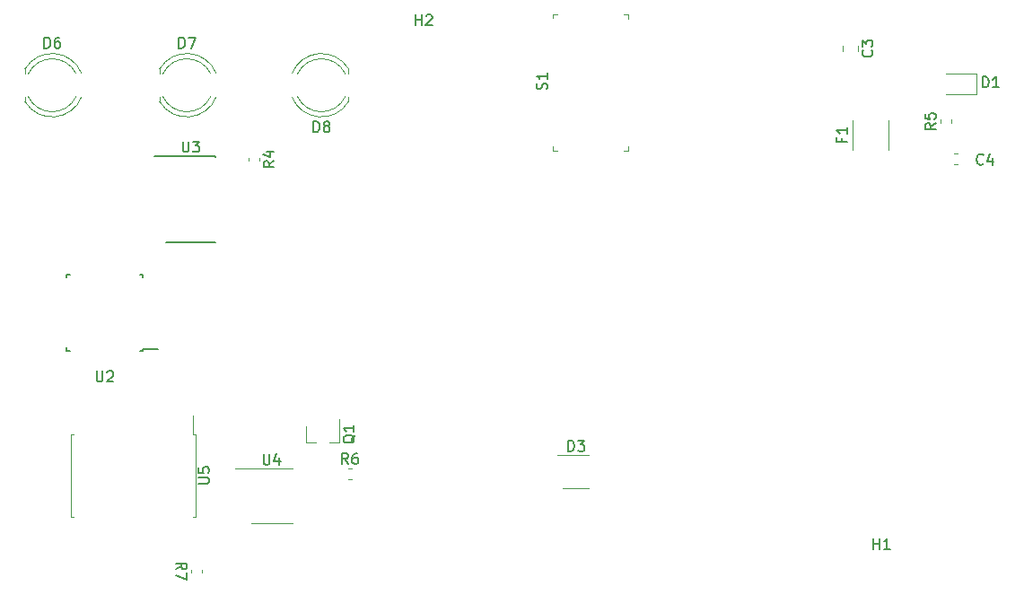
<source format=gbr>
G04 #@! TF.GenerationSoftware,KiCad,Pcbnew,5.1.5-52549c5~84~ubuntu18.04.1*
G04 #@! TF.CreationDate,2020-03-03T21:41:30-05:00*
G04 #@! TF.ProjectId,right,72696768-742e-46b6-9963-61645f706362,rev?*
G04 #@! TF.SameCoordinates,Original*
G04 #@! TF.FileFunction,Legend,Top*
G04 #@! TF.FilePolarity,Positive*
%FSLAX46Y46*%
G04 Gerber Fmt 4.6, Leading zero omitted, Abs format (unit mm)*
G04 Created by KiCad (PCBNEW 5.1.5-52549c5~84~ubuntu18.04.1) date 2020-03-03 21:41:30*
%MOMM*%
%LPD*%
G04 APERTURE LIST*
%ADD10C,0.150000*%
%ADD11C,0.120000*%
%ADD12C,0.100000*%
G04 APERTURE END LIST*
D10*
X151453000Y-87728000D02*
X152878000Y-87728000D01*
X144203000Y-87953000D02*
X144528000Y-87953000D01*
X144203000Y-80703000D02*
X144528000Y-80703000D01*
X151453000Y-80703000D02*
X151128000Y-80703000D01*
X151453000Y-87953000D02*
X151128000Y-87953000D01*
X151453000Y-80703000D02*
X151453000Y-81028000D01*
X144203000Y-80703000D02*
X144203000Y-81028000D01*
X144203000Y-87953000D02*
X144203000Y-87628000D01*
X151453000Y-87953000D02*
X151453000Y-87728000D01*
D11*
X227713000Y-66465267D02*
X227713000Y-66122733D01*
X226693000Y-66465267D02*
X226693000Y-66122733D01*
X221801000Y-68950252D02*
X221801000Y-66177748D01*
X218381000Y-68950252D02*
X218381000Y-66177748D01*
X230079000Y-61778000D02*
X227219000Y-61778000D01*
X230079000Y-63698000D02*
X230079000Y-61778000D01*
X227219000Y-63698000D02*
X230079000Y-63698000D01*
X156135000Y-95835000D02*
X156135000Y-94020000D01*
X156380000Y-95835000D02*
X156135000Y-95835000D01*
X156380000Y-99695000D02*
X156380000Y-95835000D01*
X156380000Y-103555000D02*
X156135000Y-103555000D01*
X156380000Y-99695000D02*
X156380000Y-103555000D01*
X144610000Y-95835000D02*
X144855000Y-95835000D01*
X144610000Y-99695000D02*
X144610000Y-95835000D01*
X144610000Y-103555000D02*
X144855000Y-103555000D01*
X144610000Y-99695000D02*
X144610000Y-103555000D01*
X163576000Y-99040000D02*
X160126000Y-99040000D01*
X163576000Y-99040000D02*
X165526000Y-99040000D01*
X163576000Y-104160000D02*
X161626000Y-104160000D01*
X163576000Y-104160000D02*
X165526000Y-104160000D01*
D10*
X153631000Y-77685000D02*
X158281000Y-77685000D01*
X152556000Y-69585000D02*
X158281000Y-69585000D01*
X153631000Y-77685000D02*
X153631000Y-77660000D01*
X158281000Y-77685000D02*
X158281000Y-77660000D01*
X158281000Y-69635000D02*
X158281000Y-69660000D01*
D12*
X190150000Y-56160000D02*
X190500000Y-56160000D01*
X190150000Y-56535000D02*
X190150000Y-56160000D01*
X190150000Y-69060000D02*
X190150000Y-68660000D01*
X190150000Y-69060000D02*
X190525000Y-69060000D01*
X197200000Y-69060000D02*
X196775000Y-69060000D01*
X197200000Y-69060000D02*
X197200000Y-68610000D01*
X197200000Y-56185000D02*
X197200000Y-56635000D01*
X197200000Y-56160000D02*
X196775000Y-56160000D01*
D11*
X156974000Y-108874779D02*
X156974000Y-108549221D01*
X155954000Y-108874779D02*
X155954000Y-108549221D01*
X170804721Y-100078000D02*
X171130279Y-100078000D01*
X170804721Y-99058000D02*
X171130279Y-99058000D01*
X161415000Y-69687221D02*
X161415000Y-70012779D01*
X162435000Y-69687221D02*
X162435000Y-70012779D01*
X166822000Y-96534000D02*
X166822000Y-95074000D01*
X169982000Y-96534000D02*
X169982000Y-94374000D01*
X169982000Y-96534000D02*
X169052000Y-96534000D01*
X166822000Y-96534000D02*
X167752000Y-96534000D01*
X170835000Y-61785000D02*
X170835000Y-61320000D01*
X170835000Y-64410000D02*
X170835000Y-63945000D01*
X166020521Y-61784571D02*
G75*
G02X170529684Y-61785000I2254479J-1080429D01*
G01*
X166020521Y-63945429D02*
G75*
G03X170529684Y-63945000I2254479J1080429D01*
G01*
X165487185Y-61784173D02*
G75*
G02X170835000Y-61320170I2787815J-1080827D01*
G01*
X165487185Y-63945827D02*
G75*
G03X170835000Y-64409830I2787815J1080827D01*
G01*
X153015000Y-63945000D02*
X153015000Y-64410000D01*
X153015000Y-61320000D02*
X153015000Y-61785000D01*
X157829479Y-63945429D02*
G75*
G02X153320316Y-63945000I-2254479J1080429D01*
G01*
X157829479Y-61784571D02*
G75*
G03X153320316Y-61785000I-2254479J-1080429D01*
G01*
X158362815Y-63945827D02*
G75*
G02X153015000Y-64409830I-2787815J1080827D01*
G01*
X158362815Y-61784173D02*
G75*
G03X153015000Y-61320170I-2787815J-1080827D01*
G01*
X140315000Y-63945000D02*
X140315000Y-64410000D01*
X140315000Y-61320000D02*
X140315000Y-61785000D01*
X145129479Y-63945429D02*
G75*
G02X140620316Y-63945000I-2254479J1080429D01*
G01*
X145129479Y-61784571D02*
G75*
G03X140620316Y-61785000I-2254479J-1080429D01*
G01*
X145662815Y-63945827D02*
G75*
G02X140315000Y-64409830I-2787815J1080827D01*
G01*
X145662815Y-61784173D02*
G75*
G03X140315000Y-61320170I-2787815J-1080827D01*
G01*
X193478000Y-97764000D02*
X190528000Y-97764000D01*
X191078000Y-100864000D02*
X193478000Y-100864000D01*
X227929221Y-70360000D02*
X228254779Y-70360000D01*
X227929221Y-69340000D02*
X228254779Y-69340000D01*
X217476000Y-59128922D02*
X217476000Y-59646078D01*
X218896000Y-59128922D02*
X218896000Y-59646078D01*
D10*
X147066095Y-89830380D02*
X147066095Y-90639904D01*
X147113714Y-90735142D01*
X147161333Y-90782761D01*
X147256571Y-90830380D01*
X147447047Y-90830380D01*
X147542285Y-90782761D01*
X147589904Y-90735142D01*
X147637523Y-90639904D01*
X147637523Y-89830380D01*
X148066095Y-89925619D02*
X148113714Y-89878000D01*
X148208952Y-89830380D01*
X148447047Y-89830380D01*
X148542285Y-89878000D01*
X148589904Y-89925619D01*
X148637523Y-90020857D01*
X148637523Y-90116095D01*
X148589904Y-90258952D01*
X148018476Y-90830380D01*
X148637523Y-90830380D01*
X226225380Y-66460666D02*
X225749190Y-66794000D01*
X226225380Y-67032095D02*
X225225380Y-67032095D01*
X225225380Y-66651142D01*
X225273000Y-66555904D01*
X225320619Y-66508285D01*
X225415857Y-66460666D01*
X225558714Y-66460666D01*
X225653952Y-66508285D01*
X225701571Y-66555904D01*
X225749190Y-66651142D01*
X225749190Y-67032095D01*
X225225380Y-65555904D02*
X225225380Y-66032095D01*
X225701571Y-66079714D01*
X225653952Y-66032095D01*
X225606333Y-65936857D01*
X225606333Y-65698761D01*
X225653952Y-65603523D01*
X225701571Y-65555904D01*
X225796809Y-65508285D01*
X226034904Y-65508285D01*
X226130142Y-65555904D01*
X226177761Y-65603523D01*
X226225380Y-65698761D01*
X226225380Y-65936857D01*
X226177761Y-66032095D01*
X226130142Y-66079714D01*
X217369571Y-67897333D02*
X217369571Y-68230666D01*
X217893380Y-68230666D02*
X216893380Y-68230666D01*
X216893380Y-67754476D01*
X217893380Y-66849714D02*
X217893380Y-67421142D01*
X217893380Y-67135428D02*
X216893380Y-67135428D01*
X217036238Y-67230666D01*
X217131476Y-67325904D01*
X217179095Y-67421142D01*
X230655904Y-63063380D02*
X230655904Y-62063380D01*
X230894000Y-62063380D01*
X231036857Y-62111000D01*
X231132095Y-62206238D01*
X231179714Y-62301476D01*
X231227333Y-62491952D01*
X231227333Y-62634809D01*
X231179714Y-62825285D01*
X231132095Y-62920523D01*
X231036857Y-63015761D01*
X230894000Y-63063380D01*
X230655904Y-63063380D01*
X232179714Y-63063380D02*
X231608285Y-63063380D01*
X231894000Y-63063380D02*
X231894000Y-62063380D01*
X231798761Y-62206238D01*
X231703523Y-62301476D01*
X231608285Y-62349095D01*
X156667380Y-100456904D02*
X157476904Y-100456904D01*
X157572142Y-100409285D01*
X157619761Y-100361666D01*
X157667380Y-100266428D01*
X157667380Y-100075952D01*
X157619761Y-99980714D01*
X157572142Y-99933095D01*
X157476904Y-99885476D01*
X156667380Y-99885476D01*
X156667380Y-98933095D02*
X156667380Y-99409285D01*
X157143571Y-99456904D01*
X157095952Y-99409285D01*
X157048333Y-99314047D01*
X157048333Y-99075952D01*
X157095952Y-98980714D01*
X157143571Y-98933095D01*
X157238809Y-98885476D01*
X157476904Y-98885476D01*
X157572142Y-98933095D01*
X157619761Y-98980714D01*
X157667380Y-99075952D01*
X157667380Y-99314047D01*
X157619761Y-99409285D01*
X157572142Y-99456904D01*
X162814095Y-97652380D02*
X162814095Y-98461904D01*
X162861714Y-98557142D01*
X162909333Y-98604761D01*
X163004571Y-98652380D01*
X163195047Y-98652380D01*
X163290285Y-98604761D01*
X163337904Y-98557142D01*
X163385523Y-98461904D01*
X163385523Y-97652380D01*
X164290285Y-97985714D02*
X164290285Y-98652380D01*
X164052190Y-97604761D02*
X163814095Y-98319047D01*
X164433142Y-98319047D01*
X155194095Y-68162380D02*
X155194095Y-68971904D01*
X155241714Y-69067142D01*
X155289333Y-69114761D01*
X155384571Y-69162380D01*
X155575047Y-69162380D01*
X155670285Y-69114761D01*
X155717904Y-69067142D01*
X155765523Y-68971904D01*
X155765523Y-68162380D01*
X156146476Y-68162380D02*
X156765523Y-68162380D01*
X156432190Y-68543333D01*
X156575047Y-68543333D01*
X156670285Y-68590952D01*
X156717904Y-68638571D01*
X156765523Y-68733809D01*
X156765523Y-68971904D01*
X156717904Y-69067142D01*
X156670285Y-69114761D01*
X156575047Y-69162380D01*
X156289333Y-69162380D01*
X156194095Y-69114761D01*
X156146476Y-69067142D01*
X189529761Y-63231904D02*
X189577380Y-63089047D01*
X189577380Y-62850952D01*
X189529761Y-62755714D01*
X189482142Y-62708095D01*
X189386904Y-62660476D01*
X189291666Y-62660476D01*
X189196428Y-62708095D01*
X189148809Y-62755714D01*
X189101190Y-62850952D01*
X189053571Y-63041428D01*
X189005952Y-63136666D01*
X188958333Y-63184285D01*
X188863095Y-63231904D01*
X188767857Y-63231904D01*
X188672619Y-63184285D01*
X188625000Y-63136666D01*
X188577380Y-63041428D01*
X188577380Y-62803333D01*
X188625000Y-62660476D01*
X189577380Y-61708095D02*
X189577380Y-62279523D01*
X189577380Y-61993809D02*
X188577380Y-61993809D01*
X188720238Y-62089047D01*
X188815476Y-62184285D01*
X188863095Y-62279523D01*
X154581619Y-108545333D02*
X155057809Y-108212000D01*
X154581619Y-107973904D02*
X155581619Y-107973904D01*
X155581619Y-108354857D01*
X155534000Y-108450095D01*
X155486380Y-108497714D01*
X155391142Y-108545333D01*
X155248285Y-108545333D01*
X155153047Y-108497714D01*
X155105428Y-108450095D01*
X155057809Y-108354857D01*
X155057809Y-107973904D01*
X155581619Y-108878666D02*
X155581619Y-109545333D01*
X154581619Y-109116761D01*
X170800833Y-98590380D02*
X170467500Y-98114190D01*
X170229404Y-98590380D02*
X170229404Y-97590380D01*
X170610357Y-97590380D01*
X170705595Y-97638000D01*
X170753214Y-97685619D01*
X170800833Y-97780857D01*
X170800833Y-97923714D01*
X170753214Y-98018952D01*
X170705595Y-98066571D01*
X170610357Y-98114190D01*
X170229404Y-98114190D01*
X171657976Y-97590380D02*
X171467500Y-97590380D01*
X171372261Y-97638000D01*
X171324642Y-97685619D01*
X171229404Y-97828476D01*
X171181785Y-98018952D01*
X171181785Y-98399904D01*
X171229404Y-98495142D01*
X171277023Y-98542761D01*
X171372261Y-98590380D01*
X171562738Y-98590380D01*
X171657976Y-98542761D01*
X171705595Y-98495142D01*
X171753214Y-98399904D01*
X171753214Y-98161809D01*
X171705595Y-98066571D01*
X171657976Y-98018952D01*
X171562738Y-97971333D01*
X171372261Y-97971333D01*
X171277023Y-98018952D01*
X171229404Y-98066571D01*
X171181785Y-98161809D01*
X163807380Y-70016666D02*
X163331190Y-70350000D01*
X163807380Y-70588095D02*
X162807380Y-70588095D01*
X162807380Y-70207142D01*
X162855000Y-70111904D01*
X162902619Y-70064285D01*
X162997857Y-70016666D01*
X163140714Y-70016666D01*
X163235952Y-70064285D01*
X163283571Y-70111904D01*
X163331190Y-70207142D01*
X163331190Y-70588095D01*
X163140714Y-69159523D02*
X163807380Y-69159523D01*
X162759761Y-69397619D02*
X163474047Y-69635714D01*
X163474047Y-69016666D01*
X171449619Y-95869238D02*
X171402000Y-95964476D01*
X171306761Y-96059714D01*
X171163904Y-96202571D01*
X171116285Y-96297809D01*
X171116285Y-96393047D01*
X171354380Y-96345428D02*
X171306761Y-96440666D01*
X171211523Y-96535904D01*
X171021047Y-96583523D01*
X170687714Y-96583523D01*
X170497238Y-96535904D01*
X170402000Y-96440666D01*
X170354380Y-96345428D01*
X170354380Y-96154952D01*
X170402000Y-96059714D01*
X170497238Y-95964476D01*
X170687714Y-95916857D01*
X171021047Y-95916857D01*
X171211523Y-95964476D01*
X171306761Y-96059714D01*
X171354380Y-96154952D01*
X171354380Y-96345428D01*
X171354380Y-94964476D02*
X171354380Y-95535904D01*
X171354380Y-95250190D02*
X170354380Y-95250190D01*
X170497238Y-95345428D01*
X170592476Y-95440666D01*
X170640095Y-95535904D01*
X177165095Y-57212380D02*
X177165095Y-56212380D01*
X177165095Y-56688571D02*
X177736523Y-56688571D01*
X177736523Y-57212380D02*
X177736523Y-56212380D01*
X178165095Y-56307619D02*
X178212714Y-56260000D01*
X178307952Y-56212380D01*
X178546047Y-56212380D01*
X178641285Y-56260000D01*
X178688904Y-56307619D01*
X178736523Y-56402857D01*
X178736523Y-56498095D01*
X178688904Y-56640952D01*
X178117476Y-57212380D01*
X178736523Y-57212380D01*
X220345095Y-106615380D02*
X220345095Y-105615380D01*
X220345095Y-106091571D02*
X220916523Y-106091571D01*
X220916523Y-106615380D02*
X220916523Y-105615380D01*
X221916523Y-106615380D02*
X221345095Y-106615380D01*
X221630809Y-106615380D02*
X221630809Y-105615380D01*
X221535571Y-105758238D01*
X221440333Y-105853476D01*
X221345095Y-105901095D01*
X167536904Y-67277380D02*
X167536904Y-66277380D01*
X167775000Y-66277380D01*
X167917857Y-66325000D01*
X168013095Y-66420238D01*
X168060714Y-66515476D01*
X168108333Y-66705952D01*
X168108333Y-66848809D01*
X168060714Y-67039285D01*
X168013095Y-67134523D01*
X167917857Y-67229761D01*
X167775000Y-67277380D01*
X167536904Y-67277380D01*
X168679761Y-66705952D02*
X168584523Y-66658333D01*
X168536904Y-66610714D01*
X168489285Y-66515476D01*
X168489285Y-66467857D01*
X168536904Y-66372619D01*
X168584523Y-66325000D01*
X168679761Y-66277380D01*
X168870238Y-66277380D01*
X168965476Y-66325000D01*
X169013095Y-66372619D01*
X169060714Y-66467857D01*
X169060714Y-66515476D01*
X169013095Y-66610714D01*
X168965476Y-66658333D01*
X168870238Y-66705952D01*
X168679761Y-66705952D01*
X168584523Y-66753571D01*
X168536904Y-66801190D01*
X168489285Y-66896428D01*
X168489285Y-67086904D01*
X168536904Y-67182142D01*
X168584523Y-67229761D01*
X168679761Y-67277380D01*
X168870238Y-67277380D01*
X168965476Y-67229761D01*
X169013095Y-67182142D01*
X169060714Y-67086904D01*
X169060714Y-66896428D01*
X169013095Y-66801190D01*
X168965476Y-66753571D01*
X168870238Y-66705952D01*
X154836904Y-59357380D02*
X154836904Y-58357380D01*
X155075000Y-58357380D01*
X155217857Y-58405000D01*
X155313095Y-58500238D01*
X155360714Y-58595476D01*
X155408333Y-58785952D01*
X155408333Y-58928809D01*
X155360714Y-59119285D01*
X155313095Y-59214523D01*
X155217857Y-59309761D01*
X155075000Y-59357380D01*
X154836904Y-59357380D01*
X155741666Y-58357380D02*
X156408333Y-58357380D01*
X155979761Y-59357380D01*
X142136904Y-59357380D02*
X142136904Y-58357380D01*
X142375000Y-58357380D01*
X142517857Y-58405000D01*
X142613095Y-58500238D01*
X142660714Y-58595476D01*
X142708333Y-58785952D01*
X142708333Y-58928809D01*
X142660714Y-59119285D01*
X142613095Y-59214523D01*
X142517857Y-59309761D01*
X142375000Y-59357380D01*
X142136904Y-59357380D01*
X143565476Y-58357380D02*
X143375000Y-58357380D01*
X143279761Y-58405000D01*
X143232142Y-58452619D01*
X143136904Y-58595476D01*
X143089285Y-58785952D01*
X143089285Y-59166904D01*
X143136904Y-59262142D01*
X143184523Y-59309761D01*
X143279761Y-59357380D01*
X143470238Y-59357380D01*
X143565476Y-59309761D01*
X143613095Y-59262142D01*
X143660714Y-59166904D01*
X143660714Y-58928809D01*
X143613095Y-58833571D01*
X143565476Y-58785952D01*
X143470238Y-58738333D01*
X143279761Y-58738333D01*
X143184523Y-58785952D01*
X143136904Y-58833571D01*
X143089285Y-58928809D01*
X191559904Y-97386380D02*
X191559904Y-96386380D01*
X191798000Y-96386380D01*
X191940857Y-96434000D01*
X192036095Y-96529238D01*
X192083714Y-96624476D01*
X192131333Y-96814952D01*
X192131333Y-96957809D01*
X192083714Y-97148285D01*
X192036095Y-97243523D01*
X191940857Y-97338761D01*
X191798000Y-97386380D01*
X191559904Y-97386380D01*
X192464666Y-96386380D02*
X193083714Y-96386380D01*
X192750380Y-96767333D01*
X192893238Y-96767333D01*
X192988476Y-96814952D01*
X193036095Y-96862571D01*
X193083714Y-96957809D01*
X193083714Y-97195904D01*
X193036095Y-97291142D01*
X192988476Y-97338761D01*
X192893238Y-97386380D01*
X192607523Y-97386380D01*
X192512285Y-97338761D01*
X192464666Y-97291142D01*
X230719333Y-70270642D02*
X230671714Y-70318261D01*
X230528857Y-70365880D01*
X230433619Y-70365880D01*
X230290761Y-70318261D01*
X230195523Y-70223023D01*
X230147904Y-70127785D01*
X230100285Y-69937309D01*
X230100285Y-69794452D01*
X230147904Y-69603976D01*
X230195523Y-69508738D01*
X230290761Y-69413500D01*
X230433619Y-69365880D01*
X230528857Y-69365880D01*
X230671714Y-69413500D01*
X230719333Y-69461119D01*
X231576476Y-69699214D02*
X231576476Y-70365880D01*
X231338380Y-69318261D02*
X231100285Y-70032547D01*
X231719333Y-70032547D01*
X220193142Y-59554166D02*
X220240761Y-59601785D01*
X220288380Y-59744642D01*
X220288380Y-59839880D01*
X220240761Y-59982738D01*
X220145523Y-60077976D01*
X220050285Y-60125595D01*
X219859809Y-60173214D01*
X219716952Y-60173214D01*
X219526476Y-60125595D01*
X219431238Y-60077976D01*
X219336000Y-59982738D01*
X219288380Y-59839880D01*
X219288380Y-59744642D01*
X219336000Y-59601785D01*
X219383619Y-59554166D01*
X219288380Y-59220833D02*
X219288380Y-58601785D01*
X219669333Y-58935119D01*
X219669333Y-58792261D01*
X219716952Y-58697023D01*
X219764571Y-58649404D01*
X219859809Y-58601785D01*
X220097904Y-58601785D01*
X220193142Y-58649404D01*
X220240761Y-58697023D01*
X220288380Y-58792261D01*
X220288380Y-59077976D01*
X220240761Y-59173214D01*
X220193142Y-59220833D01*
M02*

</source>
